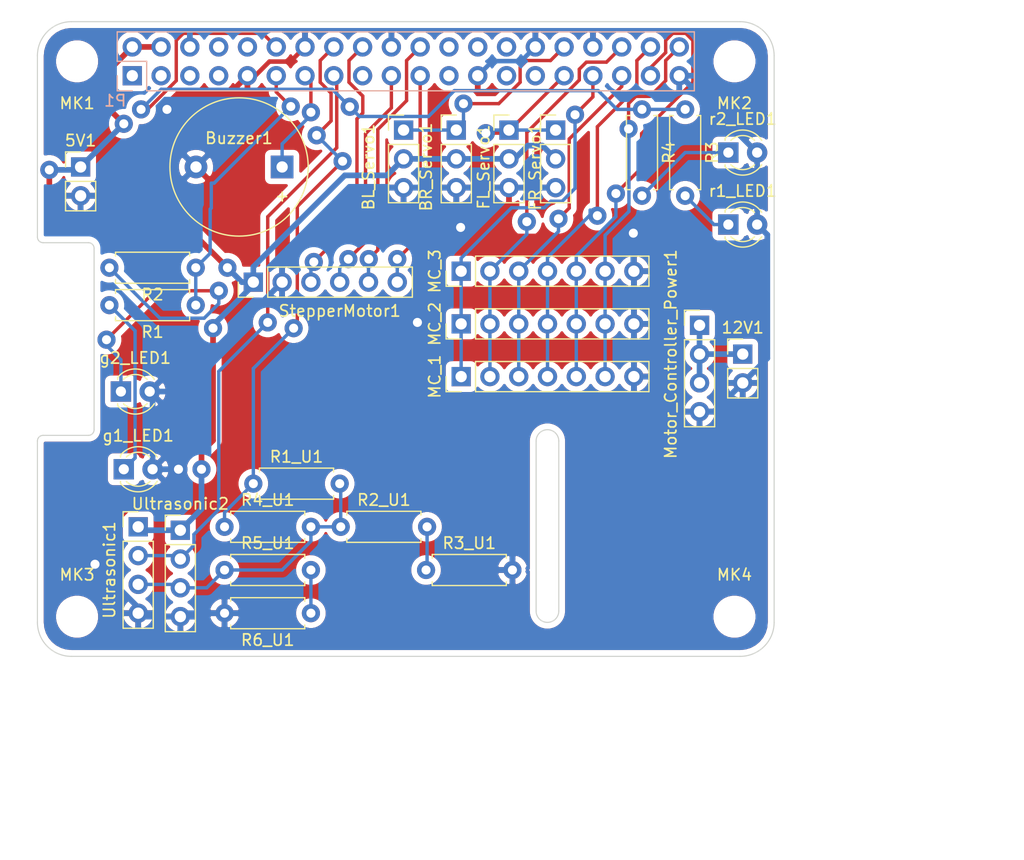
<source format=kicad_pcb>
(kicad_pcb (version 20171130) (host pcbnew "(5.1.12)-1")
  (title_block (title "Mars Rover PCB") (date 2022-03-27) (rev 1.0) (company "Ezekiel Ayo Osho") (comment 1 "Rasberry Pi Shield") (comment 2 "Mars Rover Shield"))
  (layers (0 F.Cu signal) (31 B.Cu signal) (34 B.Paste user) (35 F.Paste user) (36 B.SilkS user) (37 F.SilkS user) (38 B.Mask user) (39 F.Mask user) (44 Edge.Cuts user))
  (net 0 "")
  (net 1 +5V)
  (net 2 GND)
  (net 3 /ID_SD)
  (net 4 /ID_SC)
  (net 5 /GPIO5)
  (net 6 /GPIO6)
  (net 7 /GPIO26)
  (net 8 "/GPIO2(SDA1)")
  (net 9 "/GPIO3(SCL1)")
  (net 10 "/GPIO4(GCLK)")
  (net 11 "/GPIO14(TXD0)")
  (net 12 "/GPIO15(RXD0)")
  (net 13 "/GPIO17(GEN0)")
  (net 14 "/GPIO27(GEN2)")
  (net 15 "/GPIO22(GEN3)")
  (net 16 "/GPIO23(GEN4)")
  (net 17 "/GPIO24(GEN5)")
  (net 18 "/GPIO25(GEN6)")
  (net 19 "/GPIO18(GEN1)(PWM0)")
  (net 20 "/GPIO10(SPI0_MOSI)")
  (net 21 "/GPIO9(SPI0_MISO)")
  (net 22 "/GPIO11(SPI0_SCK)")
  (net 23 "/GPIO8(SPI0_CE_N)")
  (net 24 "/GPIO7(SPI1_CE_N)")
  (net 25 "/GPIO12(PWM0)")
  (net 26 "/GPIO13(PWM1)")
  (net 27 "/GPIO19(SPI1_MISO)")
  (net 28 /GPIO16)
  (net 29 "/GPIO20(SPI1_MOSI)")
  (net 30 "/GPIO21(SPI1_SCK)")
  (net 31 +12V)
  (net 32 "Net-(R1-Pad2)")
  (net 33 "Net-(R2-Pad2)")
  (net 34 "Net-(R3-Pad2)")
  (net 35 "Net-(R4-Pad2)")
  (net 36 "Net-(R2_U1-Pad2)")
  (net 37 "Net-(R1_U1-Pad2)")
  (net 38 "Net-(R5_U1-Pad2)")
  (net 39 "Net-(P1-Pad1)")
  (net 40 "Net-(P1-Pad17)")
  (module Buzzer_Beeper:Buzzer_12x9.5RM7.6 (layer F.Cu) (at 221.59 106.82 180)
    (fp_text reference Buzzer1 (at 3.81 2.54) (layer F.SilkS))
    (fp_text value Buzzer)
    (fp_text user + (at -0.01 -2.54) (layer F.SilkS))
    (pad 2 thru_hole circle (at 7.6 0 180) (size 2 2) (drill 1) (layers *.Cu *.Mask) (net 2 GND))
    (pad 1 thru_hole rect (at 0 0 180) (size 2 2) (drill 1) (layers *.Cu *.Mask) (net 14 "/GPIO27(GEN2)"))
  )
  (module Connector_PinHeader_2.54mm:PinHeader_1x04_P2.54mm_Vertical (layer F.Cu) (at 208.89 138.57)
    (fp_text reference Ultrasonic1 (at -2.54 3.81 90) (layer F.SilkS))
    (fp_text value Conn_01x04_Male)
    (pad 4 thru_hole oval (at 0 7.62) (size 1.7 1.7) (drill 1) (layers *.Cu *.Mask) (net 2 GND))
    (pad 3 thru_hole oval (at 0 5.08) (size 1.7 1.7) (drill 1) (layers *.Cu *.Mask) (net 37 "Net-(R1_U1-Pad2)"))
    (pad 2 thru_hole oval (at 0 2.54) (size 1.7 1.7) (drill 1) (layers *.Cu *.Mask) (net 15 "/GPIO22(GEN3)"))
    (pad 1 thru_hole rect (at 0 0) (size 1.7 1.7) (drill 1) (layers *.Cu *.Mask) (net 1 +5V))
  )
  (module Connector_PinSocket_2.54mm:PinSocket_2x20_P2.54mm_Vertical (layer B.Cu) (at 208.37 98.77 270)
    (fp_text reference P1 (at 2.208 1.512) (layer B.SilkS) (effects (justify mirror)))
    (fp_text value Conn_02x20_Odd_Even)
    (pad 1 thru_hole rect (at 0 0 270) (size 1.7 1.7) (drill 1) (layers *.Cu *.Mask) (net 39 "Net-(P1-Pad1)"))
    (pad 2 thru_hole oval (at -2.54 0 270) (size 1.7 1.7) (drill 1) (layers *.Cu *.Mask) (net 1 +5V))
    (pad 3 thru_hole oval (at 0 -2.54 270) (size 1.7 1.7) (drill 1) (layers *.Cu *.Mask) (net 8 "/GPIO2(SDA1)"))
    (pad 4 thru_hole oval (at -2.54 -2.54 270) (size 1.7 1.7) (drill 1) (layers *.Cu *.Mask) (net 1 +5V))
    (pad 5 thru_hole oval (at 0 -5.08 270) (size 1.7 1.7) (drill 1) (layers *.Cu *.Mask) (net 9 "/GPIO3(SCL1)"))
    (pad 6 thru_hole oval (at -2.54 -5.08 270) (size 1.7 1.7) (drill 1) (layers *.Cu *.Mask) (net 2 GND))
    (pad 7 thru_hole oval (at 0 -7.62 270) (size 1.7 1.7) (drill 1) (layers *.Cu *.Mask) (net 10 "/GPIO4(GCLK)"))
    (pad 8 thru_hole oval (at -2.54 -7.62 270) (size 1.7 1.7) (drill 1) (layers *.Cu *.Mask) (net 11 "/GPIO14(TXD0)"))
    (pad 9 thru_hole oval (at 0 -10.16 270) (size 1.7 1.7) (drill 1) (layers *.Cu *.Mask) (net 2 GND))
    (pad 10 thru_hole oval (at -2.54 -10.16 270) (size 1.7 1.7) (drill 1) (layers *.Cu *.Mask) (net 12 "/GPIO15(RXD0)"))
    (pad 11 thru_hole oval (at 0 -12.7 270) (size 1.7 1.7) (drill 1) (layers *.Cu *.Mask) (net 13 "/GPIO17(GEN0)"))
    (pad 12 thru_hole oval (at -2.54 -12.7 270) (size 1.7 1.7) (drill 1) (layers *.Cu *.Mask) (net 19 "/GPIO18(GEN1)(PWM0)"))
    (pad 13 thru_hole oval (at 0 -15.24 270) (size 1.7 1.7) (drill 1) (layers *.Cu *.Mask) (net 14 "/GPIO27(GEN2)"))
    (pad 14 thru_hole oval (at -2.54 -15.24 270) (size 1.7 1.7) (drill 1) (layers *.Cu *.Mask) (net 2 GND))
    (pad 15 thru_hole oval (at 0 -17.78 270) (size 1.7 1.7) (drill 1) (layers *.Cu *.Mask) (net 15 "/GPIO22(GEN3)"))
    (pad 16 thru_hole oval (at -2.54 -17.78 270) (size 1.7 1.7) (drill 1) (layers *.Cu *.Mask) (net 16 "/GPIO23(GEN4)"))
    (pad 17 thru_hole oval (at 0 -20.32 270) (size 1.7 1.7) (drill 1) (layers *.Cu *.Mask) (net 40 "Net-(P1-Pad17)"))
    (pad 18 thru_hole oval (at -2.54 -20.32 270) (size 1.7 1.7) (drill 1) (layers *.Cu *.Mask) (net 17 "/GPIO24(GEN5)"))
    (pad 19 thru_hole oval (at 0 -22.86 270) (size 1.7 1.7) (drill 1) (layers *.Cu *.Mask) (net 20 "/GPIO10(SPI0_MOSI)"))
    (pad 20 thru_hole oval (at -2.54 -22.86 270) (size 1.7 1.7) (drill 1) (layers *.Cu *.Mask) (net 2 GND))
    (pad 21 thru_hole oval (at 0 -25.4 270) (size 1.7 1.7) (drill 1) (layers *.Cu *.Mask) (net 21 "/GPIO9(SPI0_MISO)"))
    (pad 22 thru_hole oval (at -2.54 -25.4 270) (size 1.7 1.7) (drill 1) (layers *.Cu *.Mask) (net 18 "/GPIO25(GEN6)"))
    (pad 23 thru_hole oval (at 0 -27.94 270) (size 1.7 1.7) (drill 1) (layers *.Cu *.Mask) (net 22 "/GPIO11(SPI0_SCK)"))
    (pad 24 thru_hole oval (at -2.54 -27.94 270) (size 1.7 1.7) (drill 1) (layers *.Cu *.Mask) (net 23 "/GPIO8(SPI0_CE_N)"))
    (pad 25 thru_hole oval (at 0 -30.48 270) (size 1.7 1.7) (drill 1) (layers *.Cu *.Mask) (net 2 GND))
    (pad 26 thru_hole oval (at -2.54 -30.48 270) (size 1.7 1.7) (drill 1) (layers *.Cu *.Mask) (net 24 "/GPIO7(SPI1_CE_N)"))
    (pad 27 thru_hole oval (at 0 -33.02 270) (size 1.7 1.7) (drill 1) (layers *.Cu *.Mask) (net 3 /ID_SD))
    (pad 28 thru_hole oval (at -2.54 -33.02 270) (size 1.7 1.7) (drill 1) (layers *.Cu *.Mask) (net 4 /ID_SC))
    (pad 29 thru_hole oval (at 0 -35.56 270) (size 1.7 1.7) (drill 1) (layers *.Cu *.Mask) (net 5 /GPIO5))
    (pad 30 thru_hole oval (at -2.54 -35.56 270) (size 1.7 1.7) (drill 1) (layers *.Cu *.Mask) (net 2 GND))
    (pad 31 thru_hole oval (at 0 -38.1 270) (size 1.7 1.7) (drill 1) (layers *.Cu *.Mask) (net 6 /GPIO6))
    (pad 32 thru_hole oval (at -2.54 -38.1 270) (size 1.7 1.7) (drill 1) (layers *.Cu *.Mask) (net 25 "/GPIO12(PWM0)"))
    (pad 33 thru_hole oval (at 0 -40.64 270) (size 1.7 1.7) (drill 1) (layers *.Cu *.Mask) (net 26 "/GPIO13(PWM1)"))
    (pad 34 thru_hole oval (at -2.54 -40.64 270) (size 1.7 1.7) (drill 1) (layers *.Cu *.Mask) (net 2 GND))
    (pad 35 thru_hole oval (at 0 -43.18 270) (size 1.7 1.7) (drill 1) (layers *.Cu *.Mask) (net 27 "/GPIO19(SPI1_MISO)"))
    (pad 36 thru_hole oval (at -2.54 -43.18 270) (size 1.7 1.7) (drill 1) (layers *.Cu *.Mask) (net 28 /GPIO16))
    (pad 37 thru_hole oval (at 0 -45.72 270) (size 1.7 1.7) (drill 1) (layers *.Cu *.Mask) (net 7 /GPIO26))
    (pad 38 thru_hole oval (at -2.54 -45.72 270) (size 1.7 1.7) (drill 1) (layers *.Cu *.Mask) (net 29 "/GPIO20(SPI1_MOSI)"))
    (pad 39 thru_hole oval (at 0 -48.26 270) (size 1.7 1.7) (drill 1) (layers *.Cu *.Mask) (net 2 GND))
    (pad 40 thru_hole oval (at -2.54 -48.26 270) (size 1.7 1.7) (drill 1) (layers *.Cu *.Mask) (net 30 "/GPIO21(SPI1_SCK)"))
  )
  (module Connector_PinHeader_2.54mm:PinHeader_1x03_P2.54mm_Vertical (layer F.Cu) (at 241.605001 103.565001)
    (fp_text reference FL_Servo1 (at -2.235001 3.254999 90) (layer F.SilkS))
    (fp_text value Conn_01x03_Male)
    (pad 3 thru_hole oval (at 0 5.08) (size 1.7 1.7) (drill 1) (layers *.Cu *.Mask) (net 2 GND))
    (pad 2 thru_hole oval (at 0 2.54) (size 1.7 1.7) (drill 1) (layers *.Cu *.Mask) (net 1 +5V))
    (pad 1 thru_hole rect (at 0 0) (size 1.7 1.7) (drill 1) (layers *.Cu *.Mask) (net 6 /GPIO6))
  )
  (module MountingHole:MountingHole_2.7mm_M2.5 (layer F.Cu) (at 203.5 97.5 180)
    (fp_text reference MK1 (at 0 -3.7 180) (layer F.SilkS))
    (fp_text value M2.5)
    (pad 1 np_thru_hole circle (at 0 0 180) (size 2.7 2.7) (drill 2.7) (layers *.Cu *.Mask))
  )
  (module Connector_PinHeader_2.54mm:PinHeader_1x04_P2.54mm_Vertical (layer F.Cu) (at 258.42 120.79)
    (fp_text reference Motor_Controller_Power1 (at -2.54 2.54 90) (layer F.SilkS))
    (fp_text value Conn_01x04_Male)
    (pad 4 thru_hole oval (at 0 7.62) (size 1.7 1.7) (drill 1) (layers *.Cu *.Mask) (net 2 GND))
    (pad 3 thru_hole oval (at 0 5.08) (size 1.7 1.7) (drill 1) (layers *.Cu *.Mask) (net 31 +12V))
    (pad 2 thru_hole oval (at 0 2.54) (size 1.7 1.7) (drill 1) (layers *.Cu *.Mask) (net 31 +12V))
    (pad 1 thru_hole rect (at 0 0) (size 1.7 1.7) (drill 1) (layers *.Cu *.Mask) (net 31 +12V))
  )
  (module Connector_PinHeader_2.54mm:PinHeader_1x04_P2.54mm_Vertical (layer F.Cu) (at 212.61 138.87)
    (fp_text reference Ultrasonic2 (at 0 -2.33) (layer F.SilkS))
    (fp_text value Conn_01x04_Male)
    (pad 4 thru_hole oval (at 0 7.62) (size 1.7 1.7) (drill 1) (layers *.Cu *.Mask) (net 2 GND))
    (pad 3 thru_hole oval (at 0 5.08) (size 1.7 1.7) (drill 1) (layers *.Cu *.Mask) (net 37 "Net-(R1_U1-Pad2)"))
    (pad 2 thru_hole oval (at 0 2.54) (size 1.7 1.7) (drill 1) (layers *.Cu *.Mask) (net 15 "/GPIO22(GEN3)"))
    (pad 1 thru_hole rect (at 0 0) (size 1.7 1.7) (drill 1) (layers *.Cu *.Mask) (net 1 +5V))
  )
  (module Resistor_THT:R_Axial_DIN0207_L6.3mm_D2.5mm_P7.62mm_Horizontal (layer F.Cu) (at 224.13 146.19 180)
    (fp_text reference R6_U1 (at 3.81 -2.37) (layer F.SilkS))
    (fp_text value 1k)
    (pad 2 thru_hole oval (at 7.62 0 180) (size 1.6 1.6) (drill 0.8) (layers *.Cu *.Mask) (net 2 GND))
    (pad 1 thru_hole circle (at 0 0 180) (size 1.6 1.6) (drill 0.8) (layers *.Cu *.Mask) (net 38 "Net-(R5_U1-Pad2)"))
  )
  (module Resistor_THT:R_Axial_DIN0207_L6.3mm_D2.5mm_P7.62mm_Horizontal (layer F.Cu) (at 216.51 142.38)
    (fp_text reference R5_U1 (at 3.81 -2.37) (layer F.SilkS))
    (fp_text value 1k)
    (pad 2 thru_hole oval (at 7.62 0) (size 1.6 1.6) (drill 0.8) (layers *.Cu *.Mask) (net 38 "Net-(R5_U1-Pad2)"))
    (pad 1 thru_hole circle (at 0 0) (size 1.6 1.6) (drill 0.8) (layers *.Cu *.Mask) (net 37 "Net-(R1_U1-Pad2)"))
  )
  (module Resistor_THT:R_Axial_DIN0207_L6.3mm_D2.5mm_P7.62mm_Horizontal (layer F.Cu) (at 216.51 138.57)
    (fp_text reference R4_U1 (at 3.81 -2.37) (layer F.SilkS))
    (fp_text value 1k)
    (pad 2 thru_hole oval (at 7.62 0) (size 1.6 1.6) (drill 0.8) (layers *.Cu *.Mask) (net 37 "Net-(R1_U1-Pad2)"))
    (pad 1 thru_hole circle (at 0 0) (size 1.6 1.6) (drill 0.8) (layers *.Cu *.Mask) (net 16 "/GPIO23(GEN4)"))
  )
  (module Resistor_THT:R_Axial_DIN0207_L6.3mm_D2.5mm_P7.62mm_Horizontal (layer F.Cu) (at 234.29 142.38)
    (fp_text reference R3_U1 (at 3.81 -2.37) (layer F.SilkS))
    (fp_text value 1k)
    (pad 2 thru_hole oval (at 7.62 0) (size 1.6 1.6) (drill 0.8) (layers *.Cu *.Mask) (net 2 GND))
    (pad 1 thru_hole circle (at 0 0) (size 1.6 1.6) (drill 0.8) (layers *.Cu *.Mask) (net 36 "Net-(R2_U1-Pad2)"))
  )
  (module Resistor_THT:R_Axial_DIN0207_L6.3mm_D2.5mm_P7.62mm_Horizontal (layer F.Cu) (at 226.76 138.57)
    (fp_text reference R2_U1 (at 3.81 -2.37) (layer F.SilkS))
    (fp_text value 1k)
    (pad 2 thru_hole oval (at 7.62 0) (size 1.6 1.6) (drill 0.8) (layers *.Cu *.Mask) (net 36 "Net-(R2_U1-Pad2)"))
    (pad 1 thru_hole circle (at 0 0) (size 1.6 1.6) (drill 0.8) (layers *.Cu *.Mask) (net 37 "Net-(R1_U1-Pad2)"))
  )
  (module Resistor_THT:R_Axial_DIN0207_L6.3mm_D2.5mm_P7.62mm_Horizontal (layer F.Cu) (at 219.05 134.76)
    (fp_text reference R1_U1 (at 3.81 -2.37) (layer F.SilkS))
    (fp_text value 1k)
    (pad 2 thru_hole oval (at 7.62 0) (size 1.6 1.6) (drill 0.8) (layers *.Cu *.Mask) (net 37 "Net-(R1_U1-Pad2)"))
    (pad 1 thru_hole circle (at 0 0) (size 1.6 1.6) (drill 0.8) (layers *.Cu *.Mask) (net 16 "/GPIO23(GEN4)"))
  )
  (module Connector_PinHeader_2.54mm:PinHeader_1x06_P2.54mm_Vertical (layer F.Cu) (at 219.05 116.98 90)
    (fp_text reference StepperMotor1 (at -2.54 7.62 180) (layer F.SilkS))
    (fp_text value Conn_01x06_Male)
    (pad 6 thru_hole oval (at 0 12.7 90) (size 1.7 1.7) (drill 1) (layers *.Cu *.Mask) (net 21 "/GPIO9(SPI0_MISO)"))
    (pad 5 thru_hole oval (at 0 10.16 90) (size 1.7 1.7) (drill 1) (layers *.Cu *.Mask) (net 18 "/GPIO25(GEN6)"))
    (pad 4 thru_hole oval (at 0 7.62 90) (size 1.7 1.7) (drill 1) (layers *.Cu *.Mask) (net 20 "/GPIO10(SPI0_MOSI)"))
    (pad 3 thru_hole oval (at 0 5.08 90) (size 1.7 1.7) (drill 1) (layers *.Cu *.Mask) (net 17 "/GPIO24(GEN5)"))
    (pad 2 thru_hole oval (at 0 2.54 90) (size 1.7 1.7) (drill 1) (layers *.Cu *.Mask) (net 2 GND))
    (pad 1 thru_hole rect (at 0 0 90) (size 1.7 1.7) (drill 1) (layers *.Cu *.Mask) (net 1 +5V))
  )
  (module Connector_PinHeader_2.54mm:PinHeader_1x07_P2.54mm_Vertical (layer F.Cu) (at 237.385001 116.014999 90)
    (fp_text reference MC_3 (at 0 -2.33 90) (layer F.SilkS))
    (fp_text value Conn_01x07_Male)
    (pad 7 thru_hole oval (at 0 15.24 90) (size 1.7 1.7) (drill 1) (layers *.Cu *.Mask) (net 2 GND))
    (pad 6 thru_hole oval (at 0 12.7 90) (size 1.7 1.7) (drill 1) (layers *.Cu *.Mask) (net 30 "/GPIO21(SPI1_SCK)"))
    (pad 5 thru_hole oval (at 0 10.16 90) (size 1.7 1.7) (drill 1) (layers *.Cu *.Mask) (net 7 /GPIO26))
    (pad 4 thru_hole oval (at 0 7.62 90) (size 1.7 1.7) (drill 1) (layers *.Cu *.Mask) (net 29 "/GPIO20(SPI1_MOSI)"))
    (pad 3 thru_hole oval (at 0 5.08 90) (size 1.7 1.7) (drill 1) (layers *.Cu *.Mask) (net 27 "/GPIO19(SPI1_MISO)"))
    (pad 2 thru_hole oval (at 0 2.54 90) (size 1.7 1.7) (drill 1) (layers *.Cu *.Mask) (net 28 /GPIO16))
    (pad 1 thru_hole rect (at 0 0 90) (size 1.7 1.7) (drill 1) (layers *.Cu *.Mask) (net 26 "/GPIO13(PWM1)"))
  )
  (module Connector_PinHeader_2.54mm:PinHeader_1x07_P2.54mm_Vertical (layer F.Cu) (at 237.385001 120.664999 90)
    (fp_text reference MC_2 (at 0 -2.33 90) (layer F.SilkS))
    (fp_text value Conn_01x07_Male)
    (pad 7 thru_hole oval (at 0 15.24 90) (size 1.7 1.7) (drill 1) (layers *.Cu *.Mask) (net 2 GND))
    (pad 6 thru_hole oval (at 0 12.7 90) (size 1.7 1.7) (drill 1) (layers *.Cu *.Mask) (net 30 "/GPIO21(SPI1_SCK)"))
    (pad 5 thru_hole oval (at 0 10.16 90) (size 1.7 1.7) (drill 1) (layers *.Cu *.Mask) (net 7 /GPIO26))
    (pad 4 thru_hole oval (at 0 7.62 90) (size 1.7 1.7) (drill 1) (layers *.Cu *.Mask) (net 29 "/GPIO20(SPI1_MOSI)"))
    (pad 3 thru_hole oval (at 0 5.08 90) (size 1.7 1.7) (drill 1) (layers *.Cu *.Mask) (net 27 "/GPIO19(SPI1_MISO)"))
    (pad 2 thru_hole oval (at 0 2.54 90) (size 1.7 1.7) (drill 1) (layers *.Cu *.Mask) (net 28 /GPIO16))
    (pad 1 thru_hole rect (at 0 0 90) (size 1.7 1.7) (drill 1) (layers *.Cu *.Mask) (net 26 "/GPIO13(PWM1)"))
  )
  (module Connector_PinHeader_2.54mm:PinHeader_1x07_P2.54mm_Vertical (layer F.Cu) (at 237.385001 125.314999 90)
    (fp_text reference MC_1 (at 0 -2.33 90) (layer F.SilkS))
    (fp_text value Conn_01x07_Male)
    (pad 7 thru_hole oval (at 0 15.24 90) (size 1.7 1.7) (drill 1) (layers *.Cu *.Mask) (net 2 GND))
    (pad 6 thru_hole oval (at 0 12.7 90) (size 1.7 1.7) (drill 1) (layers *.Cu *.Mask) (net 30 "/GPIO21(SPI1_SCK)"))
    (pad 5 thru_hole oval (at 0 10.16 90) (size 1.7 1.7) (drill 1) (layers *.Cu *.Mask) (net 7 /GPIO26))
    (pad 4 thru_hole oval (at 0 7.62 90) (size 1.7 1.7) (drill 1) (layers *.Cu *.Mask) (net 29 "/GPIO20(SPI1_MOSI)"))
    (pad 3 thru_hole oval (at 0 5.08 90) (size 1.7 1.7) (drill 1) (layers *.Cu *.Mask) (net 27 "/GPIO19(SPI1_MISO)"))
    (pad 2 thru_hole oval (at 0 2.54 90) (size 1.7 1.7) (drill 1) (layers *.Cu *.Mask) (net 28 /GPIO16))
    (pad 1 thru_hole rect (at 0 0 90) (size 1.7 1.7) (drill 1) (layers *.Cu *.Mask) (net 26 "/GPIO13(PWM1)"))
  )
  (module LED_THT:LED_D3.0mm_Clear (layer F.Cu) (at 260.96 105.55)
    (fp_text reference r2_LED1 (at 1.27 -2.96) (layer F.SilkS))
    (fp_text value LED)
    (pad 2 thru_hole circle (at 2.54 0) (size 1.8 1.8) (drill 0.9) (layers *.Cu *.Mask) (net 2 GND))
    (pad 1 thru_hole rect (at 0 0) (size 1.8 1.8) (drill 0.9) (layers *.Cu *.Mask) (net 35 "Net-(R4-Pad2)"))
  )
  (module LED_THT:LED_D3.0mm_Clear (layer F.Cu) (at 260.96 111.9)
    (fp_text reference r1_LED1 (at 1.27 -2.96) (layer F.SilkS))
    (fp_text value LED)
    (pad 2 thru_hole circle (at 2.54 0) (size 1.8 1.8) (drill 0.9) (layers *.Cu *.Mask) (net 2 GND))
    (pad 1 thru_hole rect (at 0 0) (size 1.8 1.8) (drill 0.9) (layers *.Cu *.Mask) (net 34 "Net-(R3-Pad2)"))
  )
  (module Resistor_THT:R_Axial_DIN0207_L6.3mm_D2.5mm_P7.62mm_Horizontal (layer F.Cu) (at 253.34 101.74 270)
    (fp_text reference R4 (at 3.81 -2.37 90) (layer F.SilkS))
    (fp_text value 220k)
    (pad 2 thru_hole oval (at 7.62 0 270) (size 1.6 1.6) (drill 0.8) (layers *.Cu *.Mask) (net 35 "Net-(R4-Pad2)"))
    (pad 1 thru_hole circle (at 0 0 270) (size 1.6 1.6) (drill 0.8) (layers *.Cu *.Mask) (net 19 "/GPIO18(GEN1)(PWM0)"))
  )
  (module Resistor_THT:R_Axial_DIN0207_L6.3mm_D2.5mm_P7.62mm_Horizontal (layer F.Cu) (at 257.15 101.74 270)
    (fp_text reference R3 (at 3.81 -2.37 90) (layer F.SilkS))
    (fp_text value 220k)
    (pad 2 thru_hole oval (at 7.62 0 270) (size 1.6 1.6) (drill 0.8) (layers *.Cu *.Mask) (net 34 "Net-(R3-Pad2)"))
    (pad 1 thru_hole circle (at 0 0 270) (size 1.6 1.6) (drill 0.8) (layers *.Cu *.Mask) (net 19 "/GPIO18(GEN1)(PWM0)"))
  )
  (module Resistor_THT:R_Axial_DIN0207_L6.3mm_D2.5mm_P7.62mm_Horizontal (layer F.Cu) (at 213.97 115.71 180)
    (fp_text reference R2 (at 3.81 -2.37) (layer F.SilkS))
    (fp_text value 220k)
    (pad 2 thru_hole oval (at 7.62 0 180) (size 1.6 1.6) (drill 0.8) (layers *.Cu *.Mask) (net 33 "Net-(R2-Pad2)"))
    (pad 1 thru_hole circle (at 0 0 180) (size 1.6 1.6) (drill 0.8) (layers *.Cu *.Mask) (net 13 "/GPIO17(GEN0)"))
  )
  (module Resistor_THT:R_Axial_DIN0207_L6.3mm_D2.5mm_P7.62mm_Horizontal (layer F.Cu) (at 213.97 119.012 180)
    (fp_text reference R1 (at 3.81 -2.37) (layer F.SilkS))
    (fp_text value 220k)
    (pad 2 thru_hole oval (at 7.62 0 180) (size 1.6 1.6) (drill 0.8) (layers *.Cu *.Mask) (net 32 "Net-(R1-Pad2)"))
    (pad 1 thru_hole circle (at 0 0 180) (size 1.6 1.6) (drill 0.8) (layers *.Cu *.Mask) (net 13 "/GPIO17(GEN0)"))
  )
  (module LED_THT:LED_D3.0mm_Clear (layer F.Cu) (at 207.366 126.632)
    (fp_text reference g2_LED1 (at 1.27 -2.96) (layer F.SilkS))
    (fp_text value LED)
    (pad 2 thru_hole circle (at 2.54 0) (size 1.8 1.8) (drill 0.9) (layers *.Cu *.Mask) (net 2 GND))
    (pad 1 thru_hole rect (at 0 0) (size 1.8 1.8) (drill 0.9) (layers *.Cu *.Mask) (net 33 "Net-(R2-Pad2)"))
  )
  (module LED_THT:LED_D3.0mm_Clear (layer F.Cu) (at 207.62 133.49)
    (fp_text reference g1_LED1 (at 1.27 -2.96) (layer F.SilkS))
    (fp_text value LED)
    (pad 2 thru_hole circle (at 2.54 0) (size 1.8 1.8) (drill 0.9) (layers *.Cu *.Mask) (net 2 GND))
    (pad 1 thru_hole rect (at 0 0) (size 1.8 1.8) (drill 0.9) (layers *.Cu *.Mask) (net 32 "Net-(R1-Pad2)"))
  )
  (module Connector_PinHeader_2.54mm:PinHeader_1x02_P2.54mm_Vertical (layer F.Cu) (at 203.81 106.82)
    (fp_text reference 5V1 (at 0 -2.33) (layer F.SilkS))
    (fp_text value Conn_01x02_Male)
    (pad 2 thru_hole oval (at 0 2.54) (size 1.7 1.7) (drill 1) (layers *.Cu *.Mask) (net 2 GND))
    (pad 1 thru_hole rect (at 0 0) (size 1.7 1.7) (drill 1) (layers *.Cu *.Mask) (net 1 +5V))
  )
  (module Connector_PinHeader_2.54mm:PinHeader_1x02_P2.54mm_Vertical (layer F.Cu) (at 262.23 123.33)
    (fp_text reference 12V1 (at 0 -2.33) (layer F.SilkS))
    (fp_text value Conn_01x02_Male)
    (pad 2 thru_hole oval (at 0 2.54) (size 1.7 1.7) (drill 1) (layers *.Cu *.Mask) (net 2 GND))
    (pad 1 thru_hole rect (at 0 0) (size 1.7 1.7) (drill 1) (layers *.Cu *.Mask) (net 31 +12V))
  )
  (module Connector_PinHeader_2.54mm:PinHeader_1x03_P2.54mm_Vertical (layer F.Cu) (at 245.72 103.565001)
    (fp_text reference FR_Servo1 (at -1.805001 3.254999 90) (layer F.SilkS))
    (fp_text value Conn_01x03_Male)
    (pad 3 thru_hole oval (at 0 5.08) (size 1.7 1.7) (drill 1) (layers *.Cu *.Mask) (net 2 GND))
    (pad 2 thru_hole oval (at 0 2.54) (size 1.7 1.7) (drill 1) (layers *.Cu *.Mask) (net 1 +5V))
    (pad 1 thru_hole rect (at 0 0) (size 1.7 1.7) (drill 1) (layers *.Cu *.Mask) (net 6 /GPIO6))
  )
  (module Connector_PinHeader_2.54mm:PinHeader_1x03_P2.54mm_Vertical (layer F.Cu) (at 236.955001 103.565001)
    (fp_text reference BR_Servo1 (at -2.665001 3.254999 90) (layer F.SilkS))
    (fp_text value Conn_01x03_Male)
    (pad 3 thru_hole oval (at 0 5.08) (size 1.7 1.7) (drill 1) (layers *.Cu *.Mask) (net 2 GND))
    (pad 2 thru_hole oval (at 0 2.54) (size 1.7 1.7) (drill 1) (layers *.Cu *.Mask) (net 1 +5V))
    (pad 1 thru_hole rect (at 0 0) (size 1.7 1.7) (drill 1) (layers *.Cu *.Mask) (net 25 "/GPIO12(PWM0)"))
  )
  (module Connector_PinHeader_2.54mm:PinHeader_1x03_P2.54mm_Vertical (layer F.Cu) (at 232.305001 103.565001)
    (fp_text reference BL_Servo1 (at -3.095001 3.254999 90) (layer F.SilkS))
    (fp_text value Conn_01x03_Male)
    (pad 3 thru_hole oval (at 0 5.08) (size 1.7 1.7) (drill 1) (layers *.Cu *.Mask) (net 2 GND))
    (pad 2 thru_hole oval (at 0 2.54) (size 1.7 1.7) (drill 1) (layers *.Cu *.Mask) (net 1 +5V))
    (pad 1 thru_hole rect (at 0 0) (size 1.7 1.7) (drill 1) (layers *.Cu *.Mask) (net 25 "/GPIO12(PWM0)"))
  )
  (module MountingHole:MountingHole_2.7mm_M2.5 (layer F.Cu) (at 261.5 146.5)
    (fp_text reference MK4 (at 0 -3.7) (layer F.SilkS))
    (fp_text value M2.5)
    (pad 1 np_thru_hole circle (at 0 0) (size 2.7 2.7) (drill 2.7) (layers *.Cu *.Mask))
  )
  (module MountingHole:MountingHole_2.7mm_M2.5 (layer F.Cu) (at 203.5 146.5)
    (fp_text reference MK3 (at 0 -3.7) (layer F.SilkS))
    (fp_text value M2.5)
    (pad 1 np_thru_hole circle (at 0 0) (size 2.7 2.7) (drill 2.7) (layers *.Cu *.Mask))
  )
  (module MountingHole:MountingHole_2.7mm_M2.5 (layer F.Cu) (at 261.5 97.5 180)
    (fp_text reference MK2 (at 0 -3.7 180) (layer F.SilkS))
    (fp_text value M2.5)
    (pad 1 np_thru_hole circle (at 0 0 180) (size 2.7 2.7) (drill 2.7) (layers *.Cu *.Mask))
  )
  (gr_line (start 244 146) (end 244 131) (layer Edge.Cuts) (width 0.1))
  (gr_line (start 246 131) (end 246 146) (layer Edge.Cuts) (width 0.1))
  (gr_arc (start 245 131) (end 244 131) (angle 180) (layer Edge.Cuts) (width 0.1))
  (gr_arc (start 245 146) (end 246 146) (angle 180) (layer Edge.Cuts) (width 0.1))
  (gr_arc (start 200.5 131) (end 200 131) (angle 89.9) (layer Edge.Cuts) (width 0.1))
  (gr_arc (start 204.5 130) (end 205 130) (angle 90) (layer Edge.Cuts) (width 0.1))
  (gr_arc (start 200.5 113) (end 200.5 113.5) (angle 90) (layer Edge.Cuts) (width 0.1))
  (gr_arc (start 204.5 114) (end 204.5 113.5) (angle 90) (layer Edge.Cuts) (width 0.1))
  (gr_line (start 200 97) (end 200 113) (layer Edge.Cuts) (width 0.1))
  (gr_arc (start 262 97) (end 262 94) (angle 90) (layer Edge.Cuts) (width 0.1))
  (gr_arc (start 262 147) (end 265 147) (angle 90) (layer Edge.Cuts) (width 0.1))
  (gr_arc (start 203 147) (end 203 150) (angle 90) (layer Edge.Cuts) (width 0.1))
  (gr_arc (start 203 97) (end 200 97) (angle 90) (layer Edge.Cuts) (width 0.1))
  (gr_line (start 262 94) (end 203 94) (layer Edge.Cuts) (width 0.1))
  (gr_line (start 204.5 130.5) (end 200.5 130.5) (layer Edge.Cuts) (width 0.1))
  (gr_line (start 205 114) (end 205 130) (layer Edge.Cuts) (width 0.1))
  (gr_line (start 200.5 113.5) (end 204.5 113.5) (layer Edge.Cuts) (width 0.1))
  (gr_line (start 265 147) (end 265 97) (layer Edge.Cuts) (width 0.1))
  (gr_line (start 203 150) (end 262 150) (layer Edge.Cuts) (width 0.1))
  (gr_line (start 200 131) (end 200 147) (layer Edge.Cuts) (width 0.1))
  (via (at 216.764 115.71) (size 1.6) (drill 0.8) (layers F.Cu B.Cu) (net 1))
  (segment (start 218.034 116.98) (end 216.764 115.71) (width 0.5) (layer B.Cu) (net 1))
  (segment (start 219.05 116.98) (end 218.034 116.98) (width 0.5) (layer B.Cu) (net 1))
  (via (at 201.05 107.074) (size 1.6) (drill 0.8) (layers F.Cu B.Cu) (net 1))
  (segment (start 203.556 107.074) (end 203.81 106.82) (width 0.5) (layer B.Cu) (net 1))
  (segment (start 201.05 107.074) (end 203.556 107.074) (width 0.5) (layer B.Cu) (net 1))
  (segment (start 209.19 138.87) (end 208.89 138.57) (width 0.5) (layer B.Cu) (net 1))
  (segment (start 212.61 138.87) (end 209.19 138.87) (width 0.5) (layer B.Cu) (net 1))
  (segment (start 219.05 116.98) (end 219.05 117.234) (width 0.5) (layer B.Cu) (net 1))
  (via (at 215.494 121.044) (size 1.6) (drill 0.8) (layers F.Cu B.Cu) (net 1))
  (segment (start 215.494 120.79) (end 215.494 121.044) (width 0.5) (layer B.Cu) (net 1))
  (segment (start 219.05 117.234) (end 215.494 120.79) (width 0.5) (layer B.Cu) (net 1))
  (segment (start 215.494 121.044) (end 215.494 130.95) (width 0.5) (layer F.Cu) (net 1))
  (via (at 214.478 133.49) (size 1.6) (drill 0.8) (layers F.Cu B.Cu) (net 1))
  (segment (start 214.478 131.966) (end 214.478 133.49) (width 0.5) (layer F.Cu) (net 1))
  (segment (start 215.494 130.95) (end 214.478 131.966) (width 0.5) (layer F.Cu) (net 1))
  (segment (start 214.478 137.002) (end 212.61 138.87) (width 0.5) (layer B.Cu) (net 1))
  (segment (start 214.478 133.49) (end 214.478 137.002) (width 0.5) (layer B.Cu) (net 1))
  (segment (start 219.05 116.98) (end 219.05 115.63) (width 0.5) (layer B.Cu) (net 1))
  (segment (start 219.05 115.63) (end 227.117999 107.562001) (width 0.5) (layer B.Cu) (net 1))
  (segment (start 227.117999 107.562001) (end 230.848001 107.562001) (width 0.5) (layer B.Cu) (net 1))
  (segment (start 230.848001 107.562001) (end 232.305001 106.105001) (width 0.5) (layer B.Cu) (net 1))
  (segment (start 242.102548 106.105001) (end 243.271762 104.935787) (width 0.5) (layer B.Cu) (net 1))
  (segment (start 232.305001 106.105001) (end 242.102548 106.105001) (width 0.5) (layer B.Cu) (net 1))
  (segment (start 243.271762 104.935787) (end 244.550786 104.935787) (width 0.5) (layer B.Cu) (net 1))
  (segment (start 244.550786 104.935787) (end 245.72 106.105001) (width 0.5) (layer B.Cu) (net 1))
  (segment (start 208.37 96.23) (end 210.91 96.23) (width 0.5) (layer F.Cu) (net 1))
  (segment (start 201.016 112.408) (end 213.462 112.408) (width 0.5) (layer F.Cu) (net 1))
  (segment (start 201.05 112.374) (end 201.016 112.408) (width 0.5) (layer F.Cu) (net 1))
  (segment (start 213.462 112.408) (end 216.764 115.71) (width 0.5) (layer F.Cu) (net 1))
  (segment (start 201.05 107.074) (end 201.05 112.374) (width 0.5) (layer F.Cu) (net 1))
  (segment (start 207.62 103.01) (end 203.81 106.82) (width 0.5) (layer B.Cu) (net 1))
  (via (at 207.62 103.01) (size 1.6) (drill 0.8) (layers F.Cu B.Cu) (net 1))
  (segment (start 208.37 96.23) (end 206.35 98.25) (width 0.5) (layer F.Cu) (net 1))
  (segment (start 206.35 98.25) (end 206.35 101.74) (width 0.5) (layer F.Cu) (net 1))
  (segment (start 206.35 101.74) (end 207.62 103.01) (width 0.5) (layer F.Cu) (net 1))
  (segment (start 252.625001 116.014999) (end 252.625001 120.664999) (width 0.5) (layer B.Cu) (net 2))
  (segment (start 252.625001 120.664999) (end 252.625001 125.314999) (width 0.5) (layer B.Cu) (net 2))
  (segment (start 252.625001 125.314999) (end 252.625001 126.933001) (width 0.5) (layer B.Cu) (net 2))
  (segment (start 254.102 128.41) (end 258.42 128.41) (width 0.5) (layer B.Cu) (net 2))
  (segment (start 252.625001 126.933001) (end 254.102 128.41) (width 0.5) (layer B.Cu) (net 2))
  (segment (start 259.69 128.41) (end 262.23 125.87) (width 0.5) (layer B.Cu) (net 2))
  (segment (start 258.42 128.41) (end 259.69 128.41) (width 0.5) (layer B.Cu) (net 2))
  (segment (start 212.91 146.19) (end 212.61 146.49) (width 0.5) (layer B.Cu) (net 2))
  (segment (start 216.51 146.19) (end 212.91 146.19) (width 0.5) (layer B.Cu) (net 2))
  (segment (start 209.19 146.49) (end 208.89 146.19) (width 0.5) (layer B.Cu) (net 2))
  (segment (start 212.61 146.49) (end 209.19 146.49) (width 0.5) (layer B.Cu) (net 2))
  (segment (start 211.45 109.36) (end 213.99 106.82) (width 0.5) (layer B.Cu) (net 2))
  (segment (start 203.81 109.36) (end 211.45 109.36) (width 0.5) (layer B.Cu) (net 2))
  (segment (start 228.339214 108.645001) (end 232.305001 108.645001) (width 0.5) (layer B.Cu) (net 2))
  (segment (start 221.59 115.394215) (end 228.339214 108.645001) (width 0.5) (layer B.Cu) (net 2))
  (segment (start 221.59 116.98) (end 221.59 115.394215) (width 0.5) (layer B.Cu) (net 2))
  (segment (start 241.91 142.38) (end 241.91 130.442) (width 0.5) (layer B.Cu) (net 2))
  (segment (start 253.649529 128.862471) (end 254.102 128.41) (width 0.5) (layer B.Cu) (net 2))
  (segment (start 243.48953 128.862471) (end 253.649529 128.862471) (width 0.5) (layer B.Cu) (net 2))
  (segment (start 241.91 130.442) (end 243.48953 128.862471) (width 0.5) (layer B.Cu) (net 2))
  (segment (start 210.16 126.886) (end 209.906 126.632) (width 0.5) (layer B.Cu) (net 2))
  (segment (start 210.16 133.49) (end 210.16 126.886) (width 0.5) (layer B.Cu) (net 2))
  (segment (start 211.938 126.632) (end 209.906 126.632) (width 0.5) (layer B.Cu) (net 2))
  (segment (start 221.59 116.98) (end 211.938 126.632) (width 0.5) (layer B.Cu) (net 2))
  (via (at 212.446 133.49) (size 1.6) (drill 0.8) (layers F.Cu B.Cu) (net 2))
  (segment (start 210.16 133.49) (end 212.446 133.49) (width 0.5) (layer B.Cu) (net 2))
  (via (at 205.08 141.872) (size 1.6) (drill 0.8) (layers F.Cu B.Cu) (net 2))
  (segment (start 208.89 145.682) (end 208.89 146.19) (width 0.5) (layer B.Cu) (net 2))
  (segment (start 205.08 141.872) (end 208.89 145.682) (width 0.5) (layer B.Cu) (net 2))
  (segment (start 212.446 133.49) (end 212.446 135.268) (width 0.5) (layer F.Cu) (net 2))
  (segment (start 205.08 139.869998) (end 205.08 141.872) (width 0.5) (layer F.Cu) (net 2))
  (segment (start 209.681998 135.268) (end 205.08 139.869998) (width 0.5) (layer F.Cu) (net 2))
  (segment (start 212.446 135.268) (end 209.681998 135.268) (width 0.5) (layer F.Cu) (net 2))
  (segment (start 236.955001 111.771001) (end 237.338 112.154) (width 0.5) (layer B.Cu) (net 2))
  (via (at 237.338 112.154) (size 1.6) (drill 0.8) (layers F.Cu B.Cu) (net 2))
  (segment (start 236.955001 108.645001) (end 236.955001 111.771001) (width 0.5) (layer B.Cu) (net 2))
  (via (at 252.578 112.662) (size 1.6) (drill 0.8) (layers F.Cu B.Cu) (net 2))
  (segment (start 252.578 115.967998) (end 252.625001 116.014999) (width 0.5) (layer B.Cu) (net 2))
  (segment (start 252.578 112.662) (end 252.578 115.967998) (width 0.5) (layer B.Cu) (net 2))
  (segment (start 263.5 105.55) (end 263.5 111.9) (width 0.5) (layer B.Cu) (net 2))
  (segment (start 256.72 98.77) (end 256.63 98.77) (width 0.5) (layer B.Cu) (net 2))
  (segment (start 263.5 105.55) (end 256.72 98.77) (width 0.5) (layer B.Cu) (net 2))
  (segment (start 264.399999 112.799999) (end 263.5 111.9) (width 0.5) (layer B.Cu) (net 2))
  (segment (start 264.399999 123.700001) (end 264.399999 112.799999) (width 0.5) (layer B.Cu) (net 2))
  (segment (start 262.23 125.87) (end 264.399999 123.700001) (width 0.5) (layer B.Cu) (net 2))
  (segment (start 238.137999 112.953999) (end 252.286001 112.953999) (width 0.5) (layer F.Cu) (net 2))
  (segment (start 252.286001 112.953999) (end 252.578 112.662) (width 0.5) (layer F.Cu) (net 2))
  (segment (start 237.338 112.154) (end 238.137999 112.953999) (width 0.5) (layer F.Cu) (net 2))
  (segment (start 245.649989 108.645001) (end 245.72 108.645001) (width 0.5) (layer B.Cu) (net 2))
  (segment (start 232.305001 108.645001) (end 236.955001 108.645001) (width 0.5) (layer B.Cu) (net 2))
  (segment (start 236.955001 108.645001) (end 241.605001 108.645001) (width 0.5) (layer B.Cu) (net 2))
  (segment (start 241.605001 108.645001) (end 245.72 108.645001) (width 0.5) (layer B.Cu) (net 2))
  (segment (start 222.320001 97.519999) (end 223.61 96.23) (width 0.4) (layer F.Cu) (net 2))
  (segment (start 220.469999 97.519999) (end 222.320001 97.519999) (width 0.4) (layer F.Cu) (net 2))
  (segment (start 219.219998 98.77) (end 220.469999 97.519999) (width 0.4) (layer F.Cu) (net 2))
  (segment (start 218.53 98.77) (end 219.219998 98.77) (width 0.4) (layer F.Cu) (net 2))
  (segment (start 240.139999 97.480001) (end 238.85 98.77) (width 0.4) (layer B.Cu) (net 2))
  (segment (start 242.679999 97.480001) (end 240.139999 97.480001) (width 0.4) (layer B.Cu) (net 2))
  (segment (start 243.93 96.23) (end 242.679999 97.480001) (width 0.4) (layer B.Cu) (net 2))
  (via (at 233.528 120.536) (size 1.6) (drill 0.8) (layers F.Cu B.Cu) (net 2))
  (segment (start 211.43 101.74) (end 211.43 104.26) (width 0.5) (layer B.Cu) (net 2))
  (via (at 211.43 101.74) (size 1.6) (drill 0.8) (layers F.Cu B.Cu) (net 2))
  (segment (start 218.53 98.77) (end 215.56 101.74) (width 0.5) (layer F.Cu) (net 2))
  (segment (start 215.56 101.74) (end 211.43 101.74) (width 0.5) (layer F.Cu) (net 2))
  (segment (start 211.43 104.26) (end 213.99 106.82) (width 0.5) (layer B.Cu) (net 2))
  (segment (start 241.605001 103.565001) (end 245.72 103.565001) (width 0.3) (layer B.Cu) (net 6))
  (segment (start 241.404398 103.835602) (end 239.562945 103.835602) (width 0.3) (layer F.Cu) (net 6))
  (via (at 239.562945 103.835602) (size 1.6) (drill 0.8) (layers F.Cu B.Cu) (net 6))
  (segment (start 241.605001 103.565001) (end 239.833546 103.565001) (width 0.3) (layer B.Cu) (net 6))
  (segment (start 239.833546 103.565001) (end 239.562945 103.835602) (width 0.3) (layer B.Cu) (net 6))
  (segment (start 246.47 98.77) (end 241.404398 103.835602) (width 0.3) (layer F.Cu) (net 6))
  (segment (start 254.2 98.88) (end 254.09 98.77) (width 0.2) (layer F.Cu) (net 7))
  (segment (start 247.545001 116.014999) (end 247.545001 125.314999) (width 0.3) (layer B.Cu) (net 7))
  (segment (start 247.545001 116.014999) (end 248.313003 116.014999) (width 0.2) (layer F.Cu) (net 7))
  (segment (start 254.09 98.77) (end 254.09 98.062878) (width 0.3) (layer F.Cu) (net 7))
  (segment (start 247.545001 114.681081) (end 251.039989 111.186093) (width 0.3) (layer B.Cu) (net 7))
  (segment (start 254.09 98.062878) (end 255.429999 96.722879) (width 0.3) (layer F.Cu) (net 7))
  (segment (start 256.053999 95.029999) (end 257.206001 95.029999) (width 0.3) (layer F.Cu) (net 7))
  (segment (start 255.429999 95.653999) (end 256.053999 95.029999) (width 0.3) (layer F.Cu) (net 7))
  (segment (start 257.206001 95.029999) (end 257.830001 95.653999) (width 0.3) (layer F.Cu) (net 7))
  (segment (start 247.545001 116.014999) (end 247.545001 114.681081) (width 0.3) (layer B.Cu) (net 7))
  (segment (start 253.307823 103.868179) (end 253.307823 106.8946) (width 0.3) (layer F.Cu) (net 7))
  (segment (start 257.830001 99.346001) (end 253.307823 103.868179) (width 0.3) (layer F.Cu) (net 7))
  (segment (start 257.830001 95.653999) (end 257.830001 99.346001) (width 0.3) (layer F.Cu) (net 7))
  (segment (start 251.039989 111.186093) (end 251.039989 109.162434) (width 0.3) (layer B.Cu) (net 7))
  (segment (start 253.307823 106.8946) (end 251.039989 109.162434) (width 0.3) (layer F.Cu) (net 7))
  (segment (start 255.429999 96.722879) (end 255.429999 95.653999) (width 0.3) (layer F.Cu) (net 7))
  (via (at 251.039989 109.162434) (size 1.6) (drill 0.8) (layers F.Cu B.Cu) (net 7))
  (via (at 222.352 101.486) (size 1.6) (drill 0.8) (layers F.Cu B.Cu) (net 13))
  (segment (start 221.07 100.204) (end 221.07 98.77) (width 0.3) (layer F.Cu) (net 13))
  (segment (start 222.352 101.486) (end 221.07 100.204) (width 0.3) (layer F.Cu) (net 13))
  (segment (start 215.24 114.44) (end 213.97 115.71) (width 0.3) (layer B.Cu) (net 13))
  (segment (start 215.24 110.539998) (end 215.24 114.44) (width 0.3) (layer B.Cu) (net 13))
  (segment (start 215.340001 110.439997) (end 215.24 110.539998) (width 0.3) (layer B.Cu) (net 13))
  (segment (start 215.340001 108.243999) (end 215.340001 110.439997) (width 0.3) (layer B.Cu) (net 13))
  (segment (start 215.594001 108.243999) (end 215.340001 108.243999) (width 0.3) (layer B.Cu) (net 13))
  (segment (start 222.352 101.486) (end 215.594001 108.243999) (width 0.3) (layer B.Cu) (net 13))
  (segment (start 213.97 115.71) (end 213.97 119.012) (width 0.3) (layer B.Cu) (net 13))
  (segment (start 221.59 106.82) (end 221.59 104.788) (width 0.3) (layer B.Cu) (net 14))
  (via (at 224.13 101.994) (size 1.6) (drill 0.8) (layers F.Cu B.Cu) (net 14))
  (segment (start 224.13 102.248) (end 224.13 101.994) (width 0.3) (layer B.Cu) (net 14))
  (segment (start 221.59 104.788) (end 224.13 102.248) (width 0.3) (layer B.Cu) (net 14))
  (segment (start 224.13 99.29) (end 223.61 98.77) (width 0.3) (layer F.Cu) (net 14))
  (segment (start 224.13 101.994) (end 224.13 99.29) (width 0.3) (layer F.Cu) (net 14))
  (segment (start 226.550001 99.170001) (end 226.15 98.77) (width 0.2) (layer F.Cu) (net 15))
  (segment (start 226.15 98.172) (end 226.15 98.77) (width 0.2) (layer F.Cu) (net 15))
  (segment (start 212.31 141.11) (end 212.61 141.41) (width 0.3) (layer B.Cu) (net 15))
  (segment (start 208.89 141.11) (end 212.31 141.11) (width 0.3) (layer B.Cu) (net 15))
  (via (at 220.32 120.536) (size 1.6) (drill 0.8) (layers F.Cu B.Cu) (net 15))
  (segment (start 213.810001 140.209999) (end 213.810001 139.237999) (width 0.3) (layer B.Cu) (net 15))
  (segment (start 212.61 141.41) (end 213.810001 140.209999) (width 0.3) (layer B.Cu) (net 15))
  (segment (start 213.810001 139.237999) (end 216.002 137.046) (width 0.3) (layer B.Cu) (net 15))
  (segment (start 216.002 124.854) (end 220.32 120.536) (width 0.3) (layer B.Cu) (net 15))
  (segment (start 216.002 137.046) (end 216.002 124.854) (width 0.3) (layer B.Cu) (net 15))
  (segment (start 226.40801 105.125986) (end 226.40801 99.02801) (width 0.3) (layer F.Cu) (net 15))
  (segment (start 220.32 111.213996) (end 226.40801 105.125986) (width 0.3) (layer F.Cu) (net 15))
  (segment (start 220.32 120.536) (end 220.32 111.213996) (width 0.3) (layer F.Cu) (net 15))
  (segment (start 226.40801 99.02801) (end 226.15 98.77) (width 0.3) (layer F.Cu) (net 15))
  (segment (start 216.51 137.3) (end 219.05 134.76) (width 0.3) (layer B.Cu) (net 16))
  (segment (start 216.51 138.57) (end 216.51 137.3) (width 0.3) (layer B.Cu) (net 16))
  (via (at 222.606 121.044) (size 1.6) (drill 0.8) (layers F.Cu B.Cu) (net 16))
  (segment (start 219.05 134.76) (end 219.05 124.6) (width 0.3) (layer B.Cu) (net 16))
  (segment (start 219.05 124.6) (end 222.606 121.044) (width 0.3) (layer B.Cu) (net 16))
  (segment (start 222.929999 120.720001) (end 222.929999 110.306001) (width 0.3) (layer F.Cu) (net 16))
  (segment (start 222.606 121.044) (end 222.929999 120.720001) (width 0.3) (layer F.Cu) (net 16))
  (via (at 226.924 106.312) (size 1.6) (drill 0.8) (layers F.Cu B.Cu) (net 16))
  (segment (start 222.929999 110.306001) (end 226.924 106.312) (width 0.3) (layer F.Cu) (net 16))
  (segment (start 226.924 106.312) (end 225.4 104.788) (width 0.3) (layer B.Cu) (net 16))
  (via (at 224.638 104.026) (size 1.6) (drill 0.8) (layers F.Cu B.Cu) (net 16))
  (segment (start 225.4 104.788) (end 224.638 104.026) (width 0.3) (layer B.Cu) (net 16))
  (segment (start 224.949999 99.346001) (end 224.949999 97.430001) (width 0.3) (layer F.Cu) (net 16))
  (segment (start 224.638 104.026) (end 225.908 102.756) (width 0.3) (layer F.Cu) (net 16))
  (segment (start 224.949999 97.430001) (end 226.15 96.23) (width 0.3) (layer F.Cu) (net 16))
  (segment (start 225.908 100.304002) (end 224.949999 99.346001) (width 0.3) (layer F.Cu) (net 16))
  (segment (start 225.908 102.756) (end 225.908 100.304002) (width 0.3) (layer F.Cu) (net 16))
  (via (at 224.384 115.202) (size 1.6) (drill 0.8) (layers F.Cu B.Cu) (net 17))
  (segment (start 224.13 115.456) (end 224.384 115.202) (width 0.3) (layer B.Cu) (net 17))
  (segment (start 224.13 116.98) (end 224.13 115.456) (width 0.3) (layer B.Cu) (net 17))
  (segment (start 228.194 111.392) (end 228.194 102.574107) (width 0.3) (layer F.Cu) (net 17))
  (segment (start 227.489999 97.430001) (end 228.69 96.23) (width 0.3) (layer F.Cu) (net 17))
  (segment (start 228.708022 100.564024) (end 227.489999 99.346001) (width 0.3) (layer F.Cu) (net 17))
  (segment (start 228.194 102.574107) (end 228.708022 102.060085) (width 0.3) (layer F.Cu) (net 17))
  (segment (start 228.708022 102.060085) (end 228.708022 100.564024) (width 0.3) (layer F.Cu) (net 17))
  (segment (start 224.384 115.202) (end 228.194 111.392) (width 0.3) (layer F.Cu) (net 17))
  (segment (start 227.489999 99.346001) (end 227.489999 97.430001) (width 0.3) (layer F.Cu) (net 17))
  (via (at 229.232013 114.948) (size 1.6) (drill 0.8) (layers F.Cu B.Cu) (net 18))
  (segment (start 229.21 116.98) (end 229.21 114.970013) (width 0.3) (layer B.Cu) (net 18))
  (segment (start 229.21 114.970013) (end 229.232013 114.948) (width 0.3) (layer B.Cu) (net 18))
  (segment (start 230.032012 114.148001) (end 229.232013 114.948) (width 0.3) (layer F.Cu) (net 18))
  (segment (start 230.032012 103.507988) (end 230.032012 114.148001) (width 0.3) (layer F.Cu) (net 18))
  (segment (start 232.569999 97.430001) (end 232.569999 100.970001) (width 0.3) (layer F.Cu) (net 18))
  (segment (start 233.77 96.23) (end 232.569999 97.430001) (width 0.3) (layer F.Cu) (net 18))
  (segment (start 232.569999 100.970001) (end 230.032012 103.507988) (width 0.3) (layer F.Cu) (net 18))
  (segment (start 253.34 101.74) (end 257.15 101.74) (width 0.3) (layer B.Cu) (net 19))
  (via (at 227.558021 101.508084) (size 1.6) (drill 0.8) (layers F.Cu B.Cu) (net 19))
  (segment (start 228.414937 102.365) (end 228.35802 102.308083) (width 0.3) (layer B.Cu) (net 19))
  (segment (start 228.35802 102.308083) (end 227.558021 101.508084) (width 0.3) (layer B.Cu) (net 19))
  (segment (start 251.13167 101.74) (end 249.473669 100.081999) (width 0.3) (layer B.Cu) (net 19))
  (segment (start 234.502998 102.365) (end 228.414937 102.365) (width 0.3) (layer B.Cu) (net 19))
  (segment (start 249.473669 100.081999) (end 236.785999 100.081999) (width 0.3) (layer B.Cu) (net 19))
  (segment (start 236.785999 100.081999) (end 234.502998 102.365) (width 0.3) (layer B.Cu) (net 19))
  (segment (start 253.34 101.74) (end 251.13167 101.74) (width 0.3) (layer B.Cu) (net 19))
  (segment (start 212.249999 99.206003) (end 212.249999 95.653999) (width 0.3) (layer F.Cu) (net 19))
  (segment (start 209.144 101.74) (end 209.716002 101.74) (width 0.3) (layer F.Cu) (net 19))
  (segment (start 212.249999 95.653999) (end 212.873999 95.029999) (width 0.3) (layer F.Cu) (net 19))
  (segment (start 212.873999 95.029999) (end 219.869999 95.029999) (width 0.3) (layer F.Cu) (net 19))
  (segment (start 210.913999 99.970001) (end 209.144 101.74) (width 0.3) (layer B.Cu) (net 19))
  (segment (start 226.019938 99.970001) (end 210.913999 99.970001) (width 0.3) (layer B.Cu) (net 19))
  (segment (start 209.716002 101.74) (end 212.249999 99.206003) (width 0.3) (layer F.Cu) (net 19))
  (segment (start 227.558021 101.508084) (end 226.019938 99.970001) (width 0.3) (layer B.Cu) (net 19))
  (segment (start 219.869999 95.029999) (end 221.07 96.23) (width 0.3) (layer F.Cu) (net 19))
  (via (at 209.144 101.74) (size 1.6) (drill 0.8) (layers F.Cu B.Cu) (net 19))
  (via (at 227.432 114.948) (size 1.6) (drill 0.8) (layers F.Cu B.Cu) (net 20))
  (segment (start 226.67 115.71) (end 227.432 114.948) (width 0.3) (layer B.Cu) (net 20))
  (segment (start 226.67 116.98) (end 226.67 115.71) (width 0.3) (layer B.Cu) (net 20))
  (segment (start 231.23 101.602878) (end 231.23 98.77) (width 0.3) (layer F.Cu) (net 20))
  (segment (start 227.432 114.948) (end 228.948011 113.431989) (width 0.3) (layer F.Cu) (net 20))
  (segment (start 228.948011 113.431989) (end 228.948011 103.884867) (width 0.3) (layer F.Cu) (net 20))
  (segment (start 228.948011 103.884867) (end 231.23 101.602878) (width 0.3) (layer F.Cu) (net 20))
  (segment (start 231.75 116.98) (end 231.75 114.948) (width 0.3) (layer B.Cu) (net 21))
  (via (at 231.75 114.948) (size 1.6) (drill 0.8) (layers F.Cu B.Cu) (net 21))
  (segment (start 233.77 112.928) (end 233.77 98.77) (width 0.3) (layer F.Cu) (net 21))
  (segment (start 231.75 114.948) (end 233.77 112.928) (width 0.3) (layer F.Cu) (net 21))
  (segment (start 232.305001 103.565001) (end 236.955001 103.565001) (width 0.3) (layer B.Cu) (net 25))
  (segment (start 242.590001 98.011999) (end 242.590001 99.346001) (width 0.3) (layer F.Cu) (net 25))
  (segment (start 243.171999 97.430001) (end 242.590001 98.011999) (width 0.3) (layer F.Cu) (net 25))
  (segment (start 240.704002 101.232) (end 237.592 101.232) (width 0.3) (layer F.Cu) (net 25))
  (segment (start 242.590001 99.346001) (end 240.704002 101.232) (width 0.3) (layer F.Cu) (net 25))
  (via (at 237.592 101.232) (size 1.6) (drill 0.8) (layers F.Cu B.Cu) (net 25))
  (segment (start 246.47 96.23) (end 245.269999 97.430001) (width 0.3) (layer F.Cu) (net 25))
  (segment (start 245.269999 97.430001) (end 243.171999 97.430001) (width 0.3) (layer F.Cu) (net 25))
  (segment (start 237.592 102.928002) (end 236.955001 103.565001) (width 0.3) (layer B.Cu) (net 25))
  (segment (start 237.592 101.232) (end 237.592 102.928002) (width 0.3) (layer B.Cu) (net 25))
  (segment (start 237.385001 116.014999) (end 237.385001 125.314999) (width 0.3) (layer B.Cu) (net 26))
  (via (at 247.433322 102.210323) (size 1.6) (drill 0.8) (layers F.Cu B.Cu) (net 26))
  (segment (start 244.71991 110.423622) (end 245.29853 109.845002) (width 0.3) (layer B.Cu) (net 26))
  (segment (start 245.29853 109.845002) (end 246.296001 109.845002) (width 0.3) (layer B.Cu) (net 26))
  (segment (start 247.433322 108.707681) (end 247.433322 102.210323) (width 0.3) (layer B.Cu) (net 26))
  (segment (start 249.01 100.633645) (end 247.433322 102.210323) (width 0.3) (layer F.Cu) (net 26))
  (segment (start 241.826377 110.423623) (end 244.71991 110.423622) (width 0.3) (layer B.Cu) (net 26))
  (segment (start 249.01 98.77) (end 249.01 100.633645) (width 0.3) (layer F.Cu) (net 26))
  (segment (start 237.385001 114.864999) (end 241.826377 110.423623) (width 0.3) (layer B.Cu) (net 26))
  (segment (start 237.385001 116.014999) (end 237.385001 114.864999) (width 0.3) (layer B.Cu) (net 26))
  (segment (start 246.296001 109.845002) (end 247.433322 108.707681) (width 0.3) (layer B.Cu) (net 26))
  (segment (start 242.465001 116.014999) (end 242.465001 125.314999) (width 0.3) (layer B.Cu) (net 27))
  (via (at 245.974 111.392) (size 1.6) (drill 0.8) (layers F.Cu B.Cu) (net 27))
  (segment (start 245.974 112.506) (end 245.974 111.392) (width 0.3) (layer B.Cu) (net 27))
  (segment (start 242.465001 116.014999) (end 245.974 112.506) (width 0.3) (layer B.Cu) (net 27))
  (segment (start 251.55 99.719999) (end 251.55 98.77) (width 0.3) (layer F.Cu) (net 27))
  (segment (start 246.920001 104.349998) (end 251.55 99.719999) (width 0.3) (layer F.Cu) (net 27))
  (segment (start 246.920001 110.445999) (end 246.920001 104.349998) (width 0.3) (layer F.Cu) (net 27))
  (segment (start 245.974 111.392) (end 246.920001 110.445999) (width 0.3) (layer F.Cu) (net 27))
  (segment (start 239.925001 116.014999) (end 239.925001 125.314999) (width 0.3) (layer B.Cu) (net 28))
  (via (at 243.18 111.646) (size 1.6) (drill 0.8) (layers F.Cu B.Cu) (net 28))
  (segment (start 243.18 112.76) (end 243.18 111.646) (width 0.3) (layer B.Cu) (net 28))
  (segment (start 239.925001 116.014999) (end 243.18 112.76) (width 0.3) (layer B.Cu) (net 28))
  (segment (start 250.210001 97.569999) (end 251.55 96.23) (width 0.3) (layer F.Cu) (net 28))
  (segment (start 248.433999 97.569999) (end 250.210001 97.569999) (width 0.3) (layer F.Cu) (net 28))
  (segment (start 247.809999 98.193999) (end 248.433999 97.569999) (width 0.3) (layer F.Cu) (net 28))
  (segment (start 247.809999 99.145) (end 247.809999 98.193999) (width 0.3) (layer F.Cu) (net 28))
  (segment (start 243.18 103.774999) (end 247.809999 99.145) (width 0.3) (layer F.Cu) (net 28))
  (segment (start 243.18 111.646) (end 243.18 103.774999) (width 0.3) (layer F.Cu) (net 28))
  (segment (start 245.005001 116.014999) (end 245.005001 125.314999) (width 0.3) (layer B.Cu) (net 29))
  (segment (start 252.889999 97.430001) (end 252.889999 99.780877) (width 0.3) (layer F.Cu) (net 29))
  (segment (start 252.889999 99.780877) (end 249.405363 103.265513) (width 0.3) (layer F.Cu) (net 29))
  (segment (start 249.405363 103.265513) (end 249.405363 111.118715) (width 0.3) (layer F.Cu) (net 29))
  (segment (start 245.005001 116.014999) (end 245.005001 114.812918) (width 0.3) (layer B.Cu) (net 29))
  (segment (start 248.768 110.63) (end 248.916648 110.63) (width 0.3) (layer B.Cu) (net 29))
  (segment (start 254.09 96.23) (end 252.889999 97.430001) (width 0.3) (layer F.Cu) (net 29))
  (via (at 249.405363 111.118715) (size 1.6) (drill 0.8) (layers F.Cu B.Cu) (net 29))
  (segment (start 248.768 111.049919) (end 248.768 110.63) (width 0.3) (layer B.Cu) (net 29))
  (segment (start 245.005001 114.812918) (end 248.768 111.049919) (width 0.3) (layer B.Cu) (net 29))
  (segment (start 248.916648 110.63) (end 249.405363 111.118715) (width 0.3) (layer B.Cu) (net 29))
  (segment (start 250.085001 116.014999) (end 250.085001 120.664999) (width 0.3) (layer B.Cu) (net 30))
  (segment (start 250.085001 125.314999) (end 250.085001 120.664999) (width 0.3) (layer B.Cu) (net 30))
  (segment (start 256.63 96.23) (end 255.429999 97.430001) (width 0.3) (layer F.Cu) (net 30))
  (segment (start 254.046003 100.589999) (end 252.787999 100.589999) (width 0.3) (layer F.Cu) (net 30))
  (segment (start 252.787999 100.589999) (end 252.157822 101.220176) (width 0.3) (layer F.Cu) (net 30))
  (segment (start 255.429999 99.206003) (end 254.046003 100.589999) (width 0.3) (layer F.Cu) (net 30))
  (segment (start 255.429999 97.430001) (end 255.429999 99.206003) (width 0.3) (layer F.Cu) (net 30))
  (segment (start 250.085001 112.848203) (end 252.19 110.743204) (width 0.3) (layer B.Cu) (net 30))
  (segment (start 250.085001 116.014999) (end 250.085001 112.848203) (width 0.3) (layer B.Cu) (net 30))
  (segment (start 252.19 110.743204) (end 252.19 103.48872) (width 0.3) (layer B.Cu) (net 30))
  (segment (start 252.19 103.48872) (end 252.157822 103.456542) (width 0.3) (layer B.Cu) (net 30))
  (segment (start 252.157822 101.220176) (end 252.157822 103.456542) (width 0.3) (layer F.Cu) (net 30))
  (via (at 252.157822 103.456542) (size 1.6) (drill 0.8) (layers F.Cu B.Cu) (net 30))
  (segment (start 262.23 123.33) (end 258.42 123.33) (width 0.5) (layer B.Cu) (net 31))
  (segment (start 258.42 120.79) (end 258.42 125.87) (width 0.5) (layer B.Cu) (net 31))
  (segment (start 208.616001 132.493999) (end 207.62 133.49) (width 0.3) (layer B.Cu) (net 32))
  (segment (start 208.616001 121.278001) (end 208.616001 132.493999) (width 0.3) (layer B.Cu) (net 32))
  (segment (start 206.35 119.012) (end 208.616001 121.278001) (width 0.3) (layer B.Cu) (net 32))
  (segment (start 207.366 126.632) (end 207.366 123.838) (width 0.3) (layer B.Cu) (net 33))
  (via (at 206.096 122.06) (size 1.6) (drill 0.8) (layers F.Cu B.Cu) (net 33))
  (segment (start 206.096 122.568) (end 206.096 122.06) (width 0.3) (layer B.Cu) (net 33))
  (segment (start 207.366 123.838) (end 206.096 122.568) (width 0.3) (layer B.Cu) (net 33))
  (via (at 216.002 117.742) (size 1.6) (drill 0.8) (layers F.Cu B.Cu) (net 33))
  (segment (start 210.414 117.742) (end 216.002 117.742) (width 0.3) (layer F.Cu) (net 33))
  (segment (start 206.096 122.06) (end 210.414 117.742) (width 0.3) (layer F.Cu) (net 33))
  (segment (start 216.002 117.742) (end 216.002 118.87337) (width 0.3) (layer B.Cu) (net 33))
  (segment (start 216.002 118.87337) (end 214.713369 120.162001) (width 0.3) (layer B.Cu) (net 33))
  (segment (start 214.713369 120.162001) (end 210.802001 120.162001) (width 0.3) (layer B.Cu) (net 33))
  (segment (start 210.802001 120.162001) (end 207.149999 116.509999) (width 0.3) (layer B.Cu) (net 33))
  (segment (start 207.149999 116.509999) (end 206.35 115.71) (width 0.3) (layer B.Cu) (net 33))
  (segment (start 259.69 111.9) (end 257.15 109.36) (width 0.3) (layer B.Cu) (net 34))
  (segment (start 260.96 111.9) (end 259.69 111.9) (width 0.3) (layer B.Cu) (net 34))
  (segment (start 257.15 105.55) (end 260.96 105.55) (width 0.3) (layer B.Cu) (net 35))
  (segment (start 253.34 109.36) (end 257.15 105.55) (width 0.3) (layer B.Cu) (net 35))
  (segment (start 234.38 142.29) (end 234.29 142.38) (width 0.3) (layer B.Cu) (net 36))
  (segment (start 234.38 138.57) (end 234.38 142.29) (width 0.3) (layer B.Cu) (net 36))
  (segment (start 226.76 134.85) (end 226.67 134.76) (width 0.3) (layer B.Cu) (net 37))
  (segment (start 226.76 138.57) (end 226.76 134.85) (width 0.3) (layer B.Cu) (net 37))
  (segment (start 226.76 138.57) (end 224.13 138.57) (width 0.3) (layer B.Cu) (net 37))
  (segment (start 224.13 138.57) (end 224.13 139.84) (width 0.3) (layer B.Cu) (net 37))
  (segment (start 221.59 142.38) (end 216.51 142.38) (width 0.3) (layer B.Cu) (net 37))
  (segment (start 224.13 139.84) (end 221.59 142.38) (width 0.3) (layer B.Cu) (net 37))
  (segment (start 212.31 143.65) (end 212.61 143.95) (width 0.3) (layer B.Cu) (net 37))
  (segment (start 208.89 143.65) (end 212.31 143.65) (width 0.3) (layer B.Cu) (net 37))
  (segment (start 214.94 143.95) (end 216.51 142.38) (width 0.3) (layer B.Cu) (net 37))
  (segment (start 212.61 143.95) (end 214.94 143.95) (width 0.3) (layer B.Cu) (net 37))
  (segment (start 224.13 142.38) (end 224.13 146.19) (width 0.3) (layer B.Cu) (net 38))
  (zone (net 2) (net_name GND) (layer F.Cu) (connect_pads (clearance 0.508)) (min_thickness 0.254) (fill yes (arc_segments 32) (thermal_gap 0.508) (thermal_bridge_width 0.508))
    (polygon (pts (xy 267.056 151.524) (xy 197.46 151.016) (xy 197.46 92.596) (xy 267.564 92.342)))
  )
  (zone (net 2) (net_name GND) (layer B.Cu) (connect_pads (clearance 0.508)) (min_thickness 0.254) (fill yes (arc_segments 32) (thermal_gap 0.508) (thermal_bridge_width 0.508))
    (polygon (pts (xy 267.31 92.342) (xy 267.564 151.524) (xy 197.206 151.27) (xy 196.698 92.088)))
  )
)
</source>
